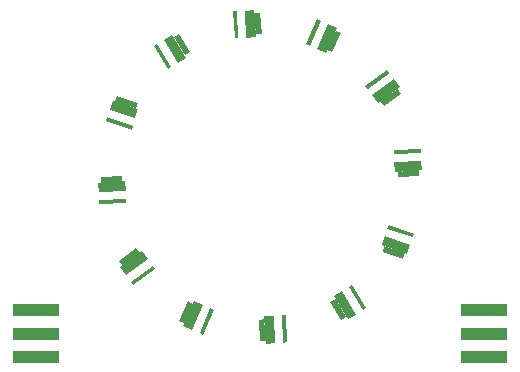
<source format=gts>
G04 #@! TF.FileFunction,Soldermask,Top*
%FSLAX46Y46*%
G04 Gerber Fmt 4.6, Leading zero omitted, Abs format (unit mm)*
G04 Created by KiCad (PCBNEW 4.0.0-rc2-stable) date 3/3/2016 3:46:29 PM*
%MOMM*%
G01*
G04 APERTURE LIST*
%ADD10C,0.150000*%
%ADD11R,4.000000X1.000000*%
%ADD12C,0.600000*%
G04 APERTURE END LIST*
D10*
G36*
X74879413Y-47032668D02*
X73950500Y-45490877D01*
X74378775Y-45232846D01*
X75307688Y-46774637D01*
X74879413Y-47032668D01*
X74879413Y-47032668D01*
G37*
G36*
X76712965Y-46219840D02*
X75526021Y-44249774D01*
X75800117Y-44084634D01*
X76987061Y-46054700D01*
X76712965Y-46219840D01*
X76712965Y-46219840D01*
G37*
G36*
X75436704Y-46988774D02*
X74249759Y-45018708D01*
X74935000Y-44605858D01*
X76121945Y-46575924D01*
X75436704Y-46988774D01*
X75436704Y-46988774D01*
G37*
G36*
X80066724Y-41849097D02*
X78362249Y-41270510D01*
X78522968Y-40797045D01*
X80227443Y-41375632D01*
X80066724Y-41849097D01*
X80066724Y-41849097D01*
G37*
G36*
X80943118Y-40045064D02*
X78765177Y-39305758D01*
X78868036Y-39002740D01*
X81045977Y-39742046D01*
X80943118Y-40045064D01*
X80943118Y-40045064D01*
G37*
G36*
X80464177Y-41455991D02*
X78286236Y-40716685D01*
X78543385Y-39959141D01*
X80721326Y-40698447D01*
X80464177Y-41455991D01*
X80464177Y-41455991D01*
G37*
G36*
X81464222Y-34866255D02*
X79667040Y-34966948D01*
X79639070Y-34467731D01*
X81436252Y-34367038D01*
X81464222Y-34866255D01*
X81464222Y-34866255D01*
G37*
G36*
X81602509Y-32865386D02*
X79306110Y-32994049D01*
X79288209Y-32674550D01*
X81584608Y-32545887D01*
X81602509Y-32865386D01*
X81602509Y-32865386D01*
G37*
G36*
X81685860Y-34353053D02*
X79389462Y-34481716D01*
X79344710Y-33682969D01*
X81641108Y-33554306D01*
X81685860Y-34353053D01*
X81685860Y-34353053D01*
G37*
G36*
X79922471Y-27865197D02*
X78466012Y-28922895D01*
X78172207Y-28518323D01*
X79628666Y-27460625D01*
X79922471Y-27865197D01*
X79922471Y-27865197D01*
G37*
G36*
X78955413Y-26108097D02*
X77094382Y-27459601D01*
X76906347Y-27200675D01*
X78767378Y-25849171D01*
X78955413Y-26108097D01*
X78955413Y-26108097D01*
G37*
G36*
X79830953Y-27313722D02*
X77969921Y-28665225D01*
X77499833Y-28017910D01*
X79360865Y-26666407D01*
X79830953Y-27313722D01*
X79830953Y-27313722D01*
G37*
G36*
X74839469Y-22741338D02*
X74106371Y-24385287D01*
X73649719Y-24181648D01*
X74382817Y-22537699D01*
X74839469Y-22741338D01*
X74839469Y-22741338D01*
G37*
G36*
X73123812Y-21702532D02*
X72187076Y-23803133D01*
X71894818Y-23672804D01*
X72831554Y-21572203D01*
X73123812Y-21702532D01*
X73123812Y-21702532D01*
G37*
G36*
X74484636Y-22309373D02*
X73547900Y-24409974D01*
X72817256Y-24084153D01*
X73753992Y-21983552D01*
X74484636Y-22309373D01*
X74484636Y-22309373D01*
G37*
G36*
X68015794Y-21015783D02*
X68118060Y-22812876D01*
X67618868Y-22841283D01*
X67516602Y-21044190D01*
X68015794Y-21015783D01*
X68015794Y-21015783D01*
G37*
G36*
X66014805Y-20879248D02*
X66145479Y-23175533D01*
X65825995Y-23193714D01*
X65695321Y-20897429D01*
X66014805Y-20879248D01*
X66014805Y-20879248D01*
G37*
G36*
X67502398Y-20794594D02*
X67633072Y-23090879D01*
X66834364Y-23136330D01*
X66703690Y-20840045D01*
X67502398Y-20794594D01*
X67502398Y-20794594D01*
G37*
G36*
X61088566Y-22831334D02*
X62027161Y-24367251D01*
X61600518Y-24627972D01*
X60661923Y-23092055D01*
X61088566Y-22831334D01*
X61088566Y-22831334D01*
G37*
G36*
X59260165Y-23655681D02*
X60459481Y-25618241D01*
X60186429Y-25785103D01*
X58987113Y-23822543D01*
X59260165Y-23655681D01*
X59260165Y-23655681D01*
G37*
G36*
X60531563Y-22878733D02*
X61730879Y-24841293D01*
X61048249Y-25258447D01*
X59848933Y-23295887D01*
X60531563Y-22878733D01*
X60531563Y-22878733D01*
G37*
G36*
X55908279Y-28068956D02*
X57614352Y-28642815D01*
X57454947Y-29116724D01*
X55748874Y-28542865D01*
X55908279Y-28068956D01*
X55908279Y-28068956D01*
G37*
G36*
X55036892Y-29875413D02*
X57216875Y-30608677D01*
X57114856Y-30911979D01*
X54934873Y-30178715D01*
X55036892Y-29875413D01*
X55036892Y-29875413D01*
G37*
G36*
X55511920Y-28463163D02*
X57691902Y-29196426D01*
X57436854Y-29954681D01*
X55256872Y-29221418D01*
X55511920Y-28463163D01*
X55511920Y-28463163D01*
G37*
G36*
X54504242Y-34920154D02*
X56301420Y-34819402D01*
X56329406Y-35318618D01*
X54532228Y-35419370D01*
X54504242Y-34920154D01*
X54504242Y-34920154D01*
G37*
G36*
X54366020Y-36921027D02*
X56662414Y-36792289D01*
X56680326Y-37111787D01*
X54383932Y-37240525D01*
X54366020Y-36921027D01*
X54366020Y-36921027D01*
G37*
G36*
X54282621Y-35433363D02*
X56579015Y-35304625D01*
X56623793Y-36103371D01*
X54327399Y-36232109D01*
X54282621Y-35433363D01*
X54282621Y-35433363D01*
G37*
G36*
X56054616Y-42040565D02*
X57507066Y-40977367D01*
X57802398Y-41380825D01*
X56349948Y-42444023D01*
X56054616Y-42040565D01*
X56054616Y-42040565D01*
G37*
G36*
X57028310Y-43793996D02*
X58884219Y-42435465D01*
X59073232Y-42693678D01*
X57217323Y-44052209D01*
X57028310Y-43793996D01*
X57028310Y-43793996D01*
G37*
G36*
X56148220Y-42591690D02*
X58004128Y-41233159D01*
X58476660Y-41878692D01*
X56620752Y-43237223D01*
X56148220Y-42591690D01*
X56148220Y-42591690D01*
G37*
G36*
X61140332Y-47117581D02*
X61863746Y-45469348D01*
X62321588Y-45670297D01*
X61598174Y-47318530D01*
X61140332Y-47117581D01*
X61140332Y-47117581D01*
G37*
G36*
X62862071Y-48146277D02*
X63786434Y-46040202D01*
X64079453Y-46168809D01*
X63155090Y-48274884D01*
X62862071Y-48146277D01*
X62862071Y-48146277D01*
G37*
G36*
X61497701Y-47547451D02*
X62422063Y-45441376D01*
X63154611Y-45762893D01*
X62230249Y-47868968D01*
X61497701Y-47547451D01*
X61497701Y-47547451D01*
G37*
G36*
X67960177Y-48815857D02*
X67859149Y-47018694D01*
X68358361Y-46990631D01*
X68459389Y-48787794D01*
X67960177Y-48815857D01*
X67960177Y-48815857D01*
G37*
G36*
X69961071Y-48953771D02*
X69831981Y-46657397D01*
X70151477Y-46639437D01*
X70280567Y-48935811D01*
X69961071Y-48953771D01*
X69961071Y-48953771D01*
G37*
G36*
X68473420Y-49037400D02*
X68344329Y-46741025D01*
X69143068Y-46696124D01*
X69272159Y-48992499D01*
X68473420Y-49037400D01*
X68473420Y-49037400D01*
G37*
D11*
X86986290Y-50192200D03*
X86986290Y-48192200D03*
X86986290Y-46192200D03*
D12*
X85986290Y-50192200D03*
X85986290Y-48192200D03*
X85986290Y-46192200D03*
D11*
X49020840Y-46192200D03*
X49020840Y-48192200D03*
X49020840Y-50192200D03*
D12*
X50020840Y-46192200D03*
X50020840Y-48192200D03*
X50020840Y-50192200D03*
M02*

</source>
